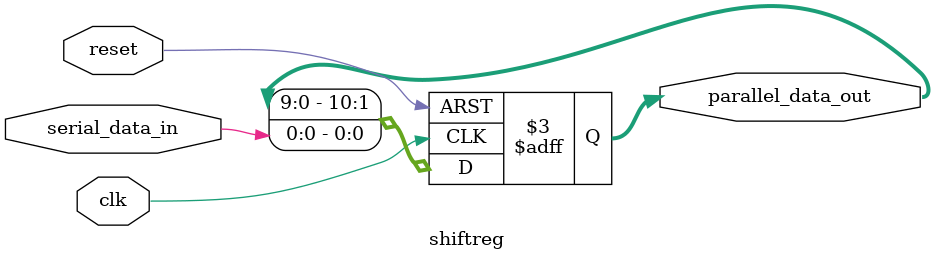
<source format=sv>
/*module shiftreg#(parameter N = 11)
				(input 	logic clk,
				 input 	logic reset,// load, 
				 input 	logic sin,
				 //input 	logic [N-1:0] d,
				 output logic [N-1:0] q//,
				 output logic sout);
	always_ff@(posedge clk, posedge reset)
		if (reset)		q <= 0;
		//else if (load)	q <= d;
		else			q <= {q[N-2:0], sin};
		
	//assign sout = q[N-1];
endmodule
*/
module shiftreg(input  logic clk,
				input  logic reset, 
				input  logic serial_data_in,
				//output logic reset_out,
				output logic [10:0] parallel_data_out);

always @ ( posedge clk or negedge reset)
	begin
	  if (!reset) 
		begin
			parallel_data_out <= 11'b0;
		end
	  else  
		 parallel_data_out[10:0] <= {parallel_data_out[9:0],serial_data_in};
	end
endmodule
</source>
